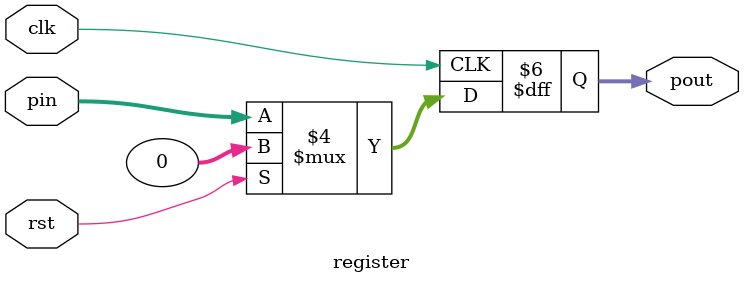
<source format=sv>
module register(clk,rst,pin, pout);
    input clk,rst;
    input [31:0] pin;
    output [31:0] pout;
    reg [31:0] pout = 32'd0;
    always @(posedge clk) begin
        if(rst)
            pout <= 32'd0;
        else
            pout <= pin;
    end
endmodule
</source>
